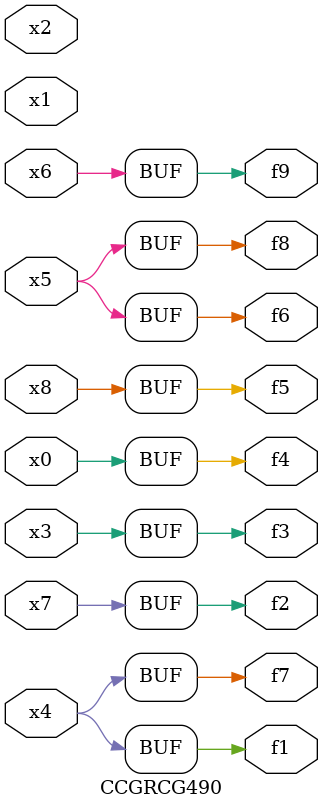
<source format=v>
module CCGRCG490(
	input x0, x1, x2, x3, x4, x5, x6, x7, x8,
	output f1, f2, f3, f4, f5, f6, f7, f8, f9
);
	assign f1 = x4;
	assign f2 = x7;
	assign f3 = x3;
	assign f4 = x0;
	assign f5 = x8;
	assign f6 = x5;
	assign f7 = x4;
	assign f8 = x5;
	assign f9 = x6;
endmodule

</source>
